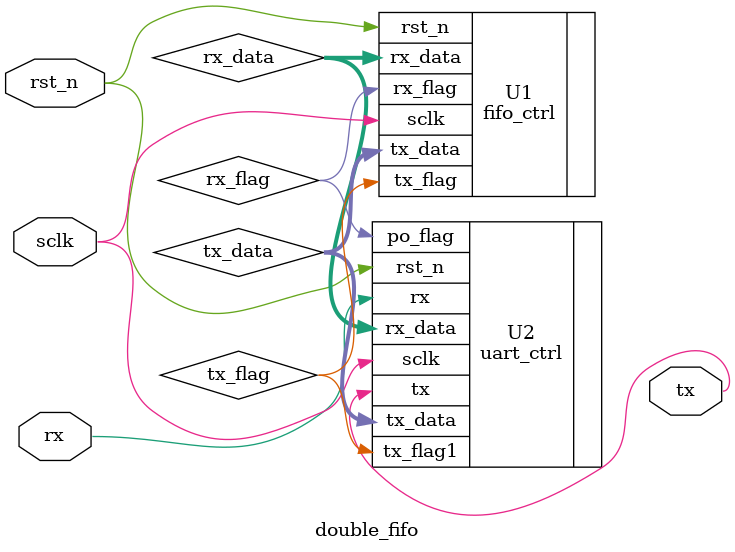
<source format=v>
module	double_fifo(
		input		wire			sclk	,
		input		wire			rst_n	,
		input		wire			rx		,
		output	wire			tx				

);

wire			rx_flag		;
wire[7:0]	rx_data		;
wire			tx_flag		;
wire[7:0]	tx_data		;

//fifo_ctrlÀý»¯
fifo_ctrl	U1(
.sclk			(sclk		),
.rst_n		(rst_n	)	,
.rx_flag	(rx_flag)	,
.rx_data	(rx_data)	,
.tx_flag	(tx_flag)	,
.tx_data	(tx_data)	
);
//uart_rxÀý»¯
uart_ctrl	U2(
.sclk			(sclk			),
.rst_n		(rst_n		), 
.rx      	(rx      	),
.tx_flag1	(tx_flag	),
.tx_data	(tx_data	),	//tx²¢ÐÐ°ËÎ»Êý¾Ý
.po_flag	(rx_flag	),
.rx_data	(rx_data	),
.tx				(tx				)
);
endmodule
</source>
